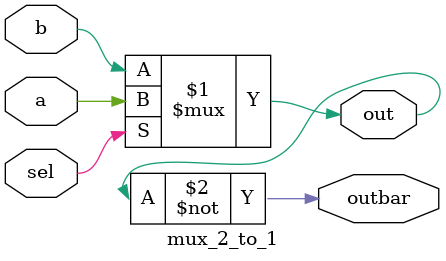
<source format=v>
module mux_2_to_1(a, b, out,outbar, sel);
  input a, b, sel;
  output out, outbar;
  assign out = sel ? a : b;
  assign outbar = ~out;
endmodule

</source>
